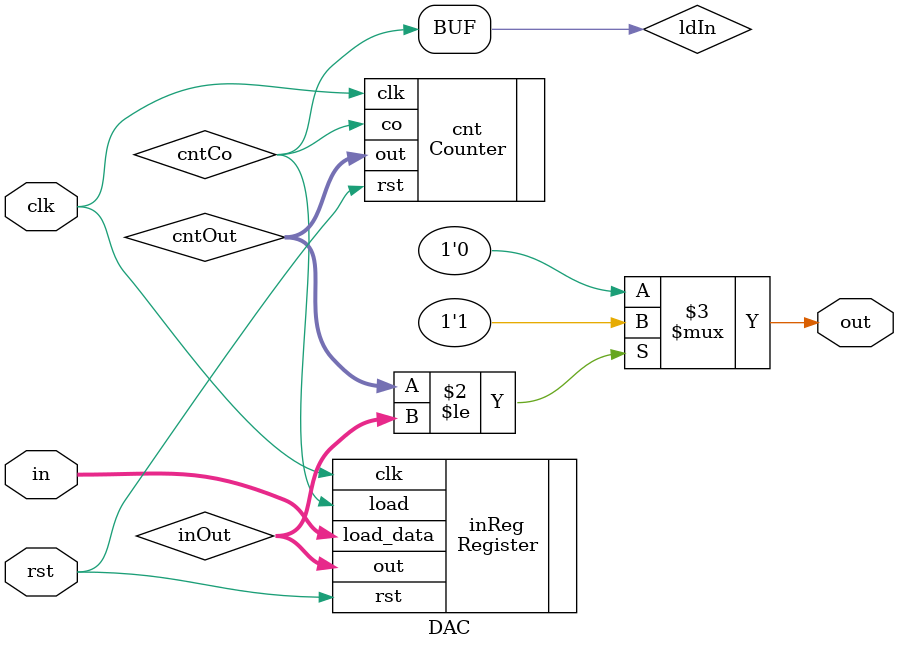
<source format=v>
module DAC(in, clk, rst, out);

    input [7:0] in;
    input clk, rst;
    output reg out;

    wire [7:0] inOut, cntOut;
    wire cntCo;
    reg ldIn;

    Counter cnt(.clk(clk), .rst(rst), .out(cntOut), .co(cntCo));
    Register inReg(.load_data(in), .load(ldIn), .clk(clk), .rst(rst), .out(inOut));

    always @(inOut, cntOut, cntCo) begin
        ldIn = cntCo;            
        out = (cntOut <= inOut) ? 1'b1 : 1'b0;
    end
endmodule

</source>
